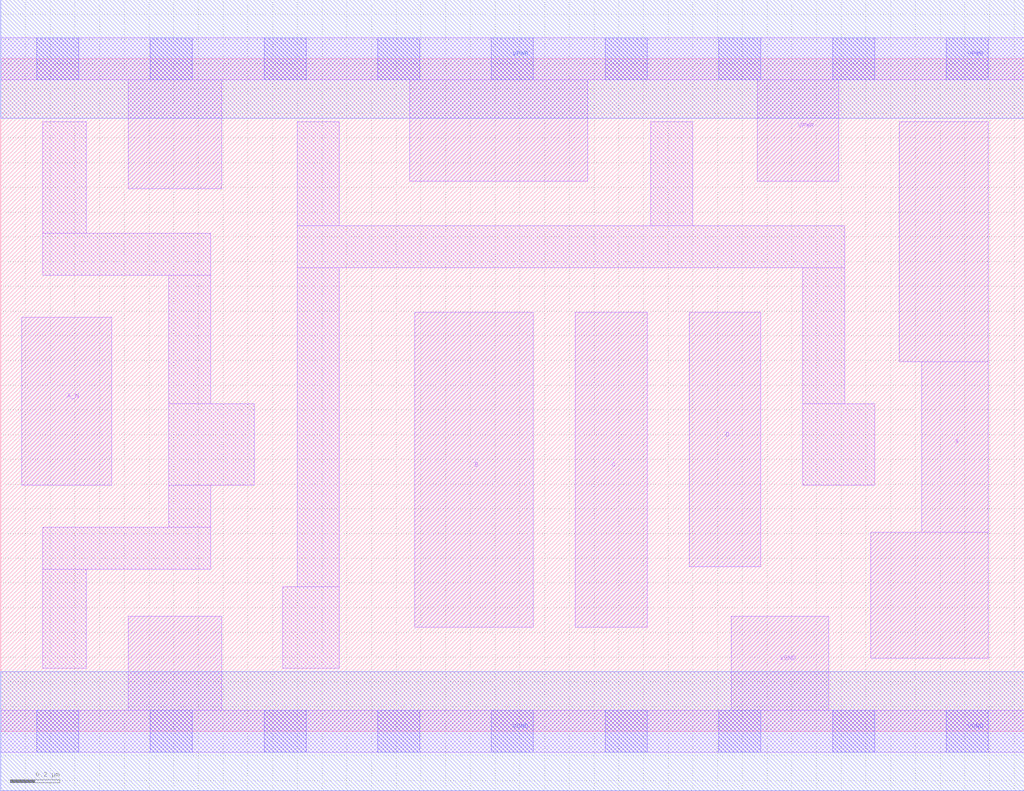
<source format=lef>
# Copyright 2020 The SkyWater PDK Authors
#
# Licensed under the Apache License, Version 2.0 (the "License");
# you may not use this file except in compliance with the License.
# You may obtain a copy of the License at
#
#     https://www.apache.org/licenses/LICENSE-2.0
#
# Unless required by applicable law or agreed to in writing, software
# distributed under the License is distributed on an "AS IS" BASIS,
# WITHOUT WARRANTIES OR CONDITIONS OF ANY KIND, either express or implied.
# See the License for the specific language governing permissions and
# limitations under the License.
#
# SPDX-License-Identifier: Apache-2.0

VERSION 5.7 ;
  NAMESCASESENSITIVE ON ;
  NOWIREEXTENSIONATPIN ON ;
  DIVIDERCHAR "/" ;
  BUSBITCHARS "[]" ;
UNITS
  DATABASE MICRONS 200 ;
END UNITS
PROPERTYDEFINITIONS
  MACRO maskLayoutSubType STRING ;
  MACRO prCellType STRING ;
  MACRO originalViewName STRING ;
END PROPERTYDEFINITIONS
MACRO sky130_fd_sc_hdll__and4b_1
  CLASS CORE ;
  FOREIGN sky130_fd_sc_hdll__and4b_1 ;
  ORIGIN  0.000000  0.000000 ;
  SIZE  4.140000 BY  2.720000 ;
  SYMMETRY X Y R90 ;
  SITE unithd ;
  PIN A_N
    ANTENNAGATEAREA  0.138600 ;
    DIRECTION INPUT ;
    USE SIGNAL ;
    PORT
      LAYER li1 ;
        RECT 0.085000 0.995000 0.450000 1.675000 ;
    END
  END A_N
  PIN B
    ANTENNAGATEAREA  0.138600 ;
    DIRECTION INPUT ;
    USE SIGNAL ;
    PORT
      LAYER li1 ;
        RECT 1.675000 0.420000 2.155000 1.695000 ;
    END
  END B
  PIN C
    ANTENNAGATEAREA  0.138600 ;
    DIRECTION INPUT ;
    USE SIGNAL ;
    PORT
      LAYER li1 ;
        RECT 2.325000 0.420000 2.615000 1.695000 ;
    END
  END C
  PIN D
    ANTENNAGATEAREA  0.138600 ;
    DIRECTION INPUT ;
    USE SIGNAL ;
    PORT
      LAYER li1 ;
        RECT 2.785000 0.665000 3.075000 1.695000 ;
    END
  END D
  PIN X
    ANTENNADIFFAREA  0.439000 ;
    DIRECTION OUTPUT ;
    USE SIGNAL ;
    PORT
      LAYER li1 ;
        RECT 3.520000 0.295000 3.995000 0.805000 ;
        RECT 3.635000 1.495000 3.995000 2.465000 ;
        RECT 3.725000 0.805000 3.995000 1.495000 ;
    END
  END X
  PIN VGND
    DIRECTION INOUT ;
    USE GROUND ;
    PORT
      LAYER li1 ;
        RECT 0.000000 -0.085000 4.140000 0.085000 ;
        RECT 0.515000  0.085000 0.895000 0.465000 ;
        RECT 2.955000  0.085000 3.350000 0.465000 ;
      LAYER mcon ;
        RECT 0.145000 -0.085000 0.315000 0.085000 ;
        RECT 0.605000 -0.085000 0.775000 0.085000 ;
        RECT 1.065000 -0.085000 1.235000 0.085000 ;
        RECT 1.525000 -0.085000 1.695000 0.085000 ;
        RECT 1.985000 -0.085000 2.155000 0.085000 ;
        RECT 2.445000 -0.085000 2.615000 0.085000 ;
        RECT 2.905000 -0.085000 3.075000 0.085000 ;
        RECT 3.365000 -0.085000 3.535000 0.085000 ;
        RECT 3.825000 -0.085000 3.995000 0.085000 ;
      LAYER met1 ;
        RECT 0.000000 -0.240000 4.140000 0.240000 ;
    END
  END VGND
  PIN VPWR
    DIRECTION INOUT ;
    USE POWER ;
    PORT
      LAYER li1 ;
        RECT 0.000000 2.635000 4.140000 2.805000 ;
        RECT 0.515000 2.195000 0.895000 2.635000 ;
        RECT 1.655000 2.225000 2.375000 2.635000 ;
        RECT 3.060000 2.225000 3.390000 2.635000 ;
      LAYER mcon ;
        RECT 0.145000 2.635000 0.315000 2.805000 ;
        RECT 0.605000 2.635000 0.775000 2.805000 ;
        RECT 1.065000 2.635000 1.235000 2.805000 ;
        RECT 1.525000 2.635000 1.695000 2.805000 ;
        RECT 1.985000 2.635000 2.155000 2.805000 ;
        RECT 2.445000 2.635000 2.615000 2.805000 ;
        RECT 2.905000 2.635000 3.075000 2.805000 ;
        RECT 3.365000 2.635000 3.535000 2.805000 ;
        RECT 3.825000 2.635000 3.995000 2.805000 ;
      LAYER met1 ;
        RECT 0.000000 2.480000 4.140000 2.960000 ;
    END
  END VPWR
  OBS
    LAYER li1 ;
      RECT 0.170000 0.255000 0.345000 0.655000 ;
      RECT 0.170000 0.655000 0.850000 0.825000 ;
      RECT 0.170000 1.845000 0.850000 2.015000 ;
      RECT 0.170000 2.015000 0.345000 2.465000 ;
      RECT 0.680000 0.825000 0.850000 0.995000 ;
      RECT 0.680000 0.995000 1.025000 1.325000 ;
      RECT 0.680000 1.325000 0.850000 1.845000 ;
      RECT 1.140000 0.255000 1.370000 0.585000 ;
      RECT 1.200000 0.585000 1.370000 1.875000 ;
      RECT 1.200000 1.875000 3.415000 2.045000 ;
      RECT 1.200000 2.045000 1.370000 2.465000 ;
      RECT 2.630000 2.045000 2.800000 2.465000 ;
      RECT 3.245000 0.995000 3.535000 1.325000 ;
      RECT 3.245000 1.325000 3.415000 1.875000 ;
  END
  PROPERTY maskLayoutSubType "abstract" ;
  PROPERTY prCellType "standard" ;
  PROPERTY originalViewName "layout" ;
END sky130_fd_sc_hdll__and4b_1

</source>
